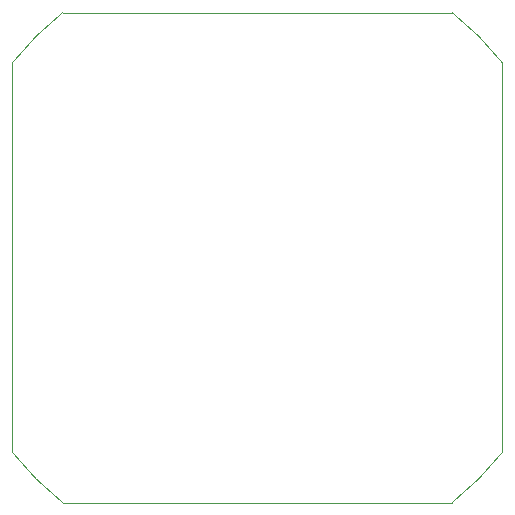
<source format=gko>
G04 Layer_Color=16711935*
%FSLAX44Y44*%
%MOMM*%
G71*
G01*
G75*
%ADD46C,0.0127*%
D46*
X-52515Y-319723D02*
G03*
X-9843Y-362395I207501J164829D01*
G01*
X319814D02*
G03*
X362486Y-319723I-164829J207501D01*
G01*
X362486Y9934D02*
G03*
X319814Y52606I-207501J-164829D01*
G01*
X-9843Y52606D02*
G03*
X-52515Y9934I164829J-207501D01*
G01*
X-9844Y-362394D02*
X319815D01*
X362486Y-319724D02*
Y9935D01*
X-9844Y52606D02*
X319815D01*
X-52515Y-319724D02*
Y9935D01*
M02*

</source>
